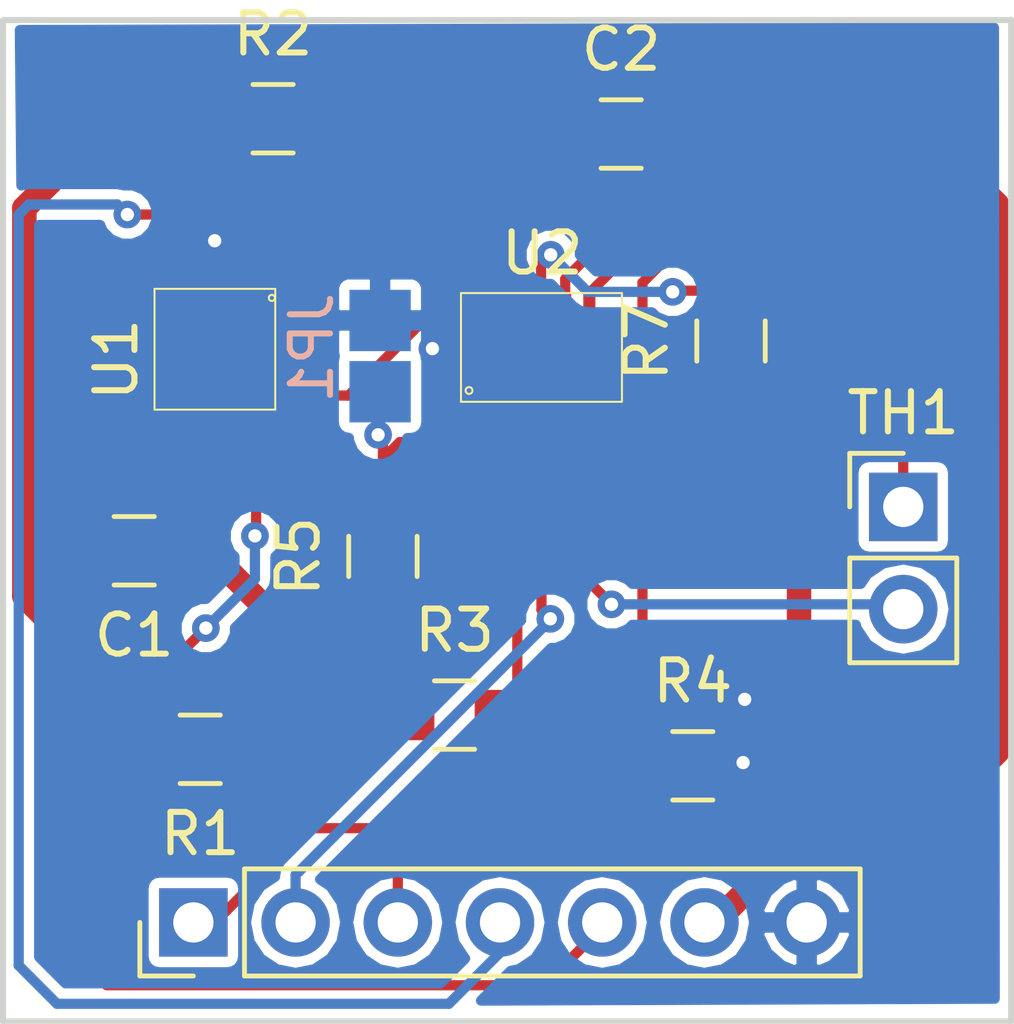
<source format=kicad_pcb>
(kicad_pcb (version 4) (host pcbnew 4.0.5)

  (general
    (links 30)
    (no_connects 0)
    (area 118.639999 69.119999 144.240001 97.211133)
    (thickness 1.6)
    (drawings 6)
    (tracks 149)
    (zones 0)
    (modules 13)
    (nets 13)
  )

  (page A4)
  (layers
    (0 F.Cu signal)
    (31 B.Cu signal)
    (32 B.Adhes user)
    (33 F.Adhes user)
    (34 B.Paste user)
    (35 F.Paste user)
    (36 B.SilkS user)
    (37 F.SilkS user)
    (38 B.Mask user)
    (39 F.Mask user)
    (40 Dwgs.User user)
    (41 Cmts.User user)
    (42 Eco1.User user)
    (43 Eco2.User user)
    (44 Edge.Cuts user)
    (45 Margin user)
    (46 B.CrtYd user)
    (47 F.CrtYd user)
    (48 B.Fab user)
    (49 F.Fab user)
  )

  (setup
    (last_trace_width 0.254)
    (user_trace_width 0.254)
    (trace_clearance 0.1778)
    (zone_clearance 0.254)
    (zone_45_only no)
    (trace_min 0.2)
    (segment_width 0.2)
    (edge_width 0.15)
    (via_size 0.6858)
    (via_drill 0.3302)
    (via_min_size 0.4)
    (via_min_drill 0.3)
    (uvia_size 0.3)
    (uvia_drill 0.1)
    (uvias_allowed no)
    (uvia_min_size 0.2)
    (uvia_min_drill 0.1)
    (pcb_text_width 0.3)
    (pcb_text_size 1.5 1.5)
    (mod_edge_width 0.15)
    (mod_text_size 1 1)
    (mod_text_width 0.15)
    (pad_size 1.524 1.524)
    (pad_drill 0.762)
    (pad_to_mask_clearance 0.2)
    (aux_axis_origin 0 0)
    (visible_elements FFFFFF7F)
    (pcbplotparams
      (layerselection 0x010f0_80000001)
      (usegerberextensions false)
      (excludeedgelayer true)
      (linewidth 0.100000)
      (plotframeref false)
      (viasonmask false)
      (mode 1)
      (useauxorigin false)
      (hpglpennumber 1)
      (hpglpenspeed 20)
      (hpglpendiameter 15)
      (hpglpenoverlay 2)
      (psnegative false)
      (psa4output false)
      (plotreference true)
      (plotvalue true)
      (plotinvisibletext false)
      (padsonsilk false)
      (subtractmaskfromsilk false)
      (outputformat 1)
      (mirror false)
      (drillshape 0)
      (scaleselection 1)
      (outputdirectory /Users/margaret/Documents/LettuceBuddyHW/LadyBugHydro/TheHerbSpa/GitHub/Kicad/Gerbers/V1/))
  )

  (net 0 "")
  (net 1 +3V3)
  (net 2 "Net-(C1-Pad2)")
  (net 3 ADDR)
  (net 4 GNDD)
  (net 5 NRESET)
  (net 6 NINT)
  (net 7 NWAKE)
  (net 8 SCL)
  (net 9 SDA)
  (net 10 AUX)
  (net 11 NTC_SENSE)
  (net 12 /+3.3v)

  (net_class Default "This is the default net class."
    (clearance 0.1778)
    (trace_width 0.254)
    (via_dia 0.6858)
    (via_drill 0.3302)
    (uvia_dia 0.3)
    (uvia_drill 0.1)
    (add_net ADDR)
    (add_net AUX)
    (add_net NINT)
    (add_net NRESET)
    (add_net NTC_SENSE)
    (add_net NWAKE)
    (add_net "Net-(C1-Pad2)")
    (add_net SCL)
    (add_net SDA)
  )

  (net_class PWR ""
    (clearance 0.1778)
    (trace_width 0.6096)
    (via_dia 0.6858)
    (via_drill 0.3302)
    (uvia_dia 0.3)
    (uvia_drill 0.1)
    (add_net +3V3)
    (add_net /+3.3v)
    (add_net GNDD)
  )

  (module Capacitors_SMD:C_0805_HandSoldering (layer F.Cu) (tedit 541A9B8D) (tstamp 58B02A95)
    (at 122.01 82.97 180)
    (descr "Capacitor SMD 0805, hand soldering")
    (tags "capacitor 0805")
    (path /58A049DB)
    (attr smd)
    (fp_text reference C1 (at 0 -2.1 180) (layer F.SilkS)
      (effects (font (size 1 1) (thickness 0.15)))
    )
    (fp_text value .1u (at 0 2.1 180) (layer F.Fab)
      (effects (font (size 1 1) (thickness 0.15)))
    )
    (fp_line (start -1 0.625) (end -1 -0.625) (layer F.Fab) (width 0.1))
    (fp_line (start 1 0.625) (end -1 0.625) (layer F.Fab) (width 0.1))
    (fp_line (start 1 -0.625) (end 1 0.625) (layer F.Fab) (width 0.1))
    (fp_line (start -1 -0.625) (end 1 -0.625) (layer F.Fab) (width 0.1))
    (fp_line (start -2.3 -1) (end 2.3 -1) (layer F.CrtYd) (width 0.05))
    (fp_line (start -2.3 1) (end 2.3 1) (layer F.CrtYd) (width 0.05))
    (fp_line (start -2.3 -1) (end -2.3 1) (layer F.CrtYd) (width 0.05))
    (fp_line (start 2.3 -1) (end 2.3 1) (layer F.CrtYd) (width 0.05))
    (fp_line (start 0.5 -0.85) (end -0.5 -0.85) (layer F.SilkS) (width 0.12))
    (fp_line (start -0.5 0.85) (end 0.5 0.85) (layer F.SilkS) (width 0.12))
    (pad 1 smd rect (at -1.25 0 180) (size 1.5 1.25) (layers F.Cu F.Paste F.Mask)
      (net 1 +3V3))
    (pad 2 smd rect (at 1.25 0 180) (size 1.5 1.25) (layers F.Cu F.Paste F.Mask)
      (net 2 "Net-(C1-Pad2)"))
    (model Capacitors_SMD.3dshapes/C_0805_HandSoldering.wrl
      (at (xyz 0 0 0))
      (scale (xyz 1 1 1))
      (rotate (xyz 0 0 0))
    )
  )

  (module Capacitors_SMD:C_0805_HandSoldering (layer F.Cu) (tedit 541A9B8D) (tstamp 58B02A9B)
    (at 134.11 72.62)
    (descr "Capacitor SMD 0805, hand soldering")
    (tags "capacitor 0805")
    (path /589F7693)
    (attr smd)
    (fp_text reference C2 (at 0 -2.1) (layer F.SilkS)
      (effects (font (size 1 1) (thickness 0.15)))
    )
    (fp_text value 1u (at 0 2.1) (layer F.Fab)
      (effects (font (size 1 1) (thickness 0.15)))
    )
    (fp_line (start -1 0.625) (end -1 -0.625) (layer F.Fab) (width 0.1))
    (fp_line (start 1 0.625) (end -1 0.625) (layer F.Fab) (width 0.1))
    (fp_line (start 1 -0.625) (end 1 0.625) (layer F.Fab) (width 0.1))
    (fp_line (start -1 -0.625) (end 1 -0.625) (layer F.Fab) (width 0.1))
    (fp_line (start -2.3 -1) (end 2.3 -1) (layer F.CrtYd) (width 0.05))
    (fp_line (start -2.3 1) (end 2.3 1) (layer F.CrtYd) (width 0.05))
    (fp_line (start -2.3 -1) (end -2.3 1) (layer F.CrtYd) (width 0.05))
    (fp_line (start 2.3 -1) (end 2.3 1) (layer F.CrtYd) (width 0.05))
    (fp_line (start 0.5 -0.85) (end -0.5 -0.85) (layer F.SilkS) (width 0.12))
    (fp_line (start -0.5 0.85) (end 0.5 0.85) (layer F.SilkS) (width 0.12))
    (pad 1 smd rect (at -1.25 0) (size 1.5 1.25) (layers F.Cu F.Paste F.Mask)
      (net 1 +3V3))
    (pad 2 smd rect (at 1.25 0) (size 1.5 1.25) (layers F.Cu F.Paste F.Mask)
      (net 12 /+3.3v))
    (model Capacitors_SMD.3dshapes/C_0805_HandSoldering.wrl
      (at (xyz 0 0 0))
      (scale (xyz 1 1 1))
      (rotate (xyz 0 0 0))
    )
  )

  (module Socket_Strips:Socket_Strip_Straight_1x07_Pitch2.54mm (layer F.Cu) (tedit 58B1CA2A) (tstamp 58B02AAC)
    (at 123.48 92.2 90)
    (descr "Through hole straight socket strip, 1x07, 2.54mm pitch, single row")
    (tags "Through hole socket strip THT 1x07 2.54mm single row")
    (path /58B0242C)
    (fp_text reference P1 (at 0 -2.33 90) (layer F.SilkS) hide
      (effects (font (size 1 1) (thickness 0.15)))
    )
    (fp_text value CONN_01X07 (at 0 17.57 90) (layer F.Fab) hide
      (effects (font (size 1 1) (thickness 0.15)))
    )
    (fp_line (start -1.27 -1.27) (end -1.27 16.51) (layer F.Fab) (width 0.1))
    (fp_line (start -1.27 16.51) (end 1.27 16.51) (layer F.Fab) (width 0.1))
    (fp_line (start 1.27 16.51) (end 1.27 -1.27) (layer F.Fab) (width 0.1))
    (fp_line (start 1.27 -1.27) (end -1.27 -1.27) (layer F.Fab) (width 0.1))
    (fp_line (start -1.33 1.27) (end -1.33 16.57) (layer F.SilkS) (width 0.12))
    (fp_line (start -1.33 16.57) (end 1.33 16.57) (layer F.SilkS) (width 0.12))
    (fp_line (start 1.33 16.57) (end 1.33 1.27) (layer F.SilkS) (width 0.12))
    (fp_line (start 1.33 1.27) (end -1.33 1.27) (layer F.SilkS) (width 0.12))
    (fp_line (start -1.33 0) (end -1.33 -1.33) (layer F.SilkS) (width 0.12))
    (fp_line (start -1.33 -1.33) (end 0 -1.33) (layer F.SilkS) (width 0.12))
    (fp_line (start -1.55 -1.55) (end -1.55 16.8) (layer F.CrtYd) (width 0.05))
    (fp_line (start -1.55 16.8) (end 1.55 16.8) (layer F.CrtYd) (width 0.05))
    (fp_line (start 1.55 16.8) (end 1.55 -1.55) (layer F.CrtYd) (width 0.05))
    (fp_line (start 1.55 -1.55) (end -1.55 -1.55) (layer F.CrtYd) (width 0.05))
    (pad 1 thru_hole rect (at 0 0 90) (size 1.7 1.7) (drill 1) (layers *.Cu *.Mask)
      (net 5 NRESET))
    (pad 2 thru_hole oval (at 0 2.54 90) (size 1.7 1.7) (drill 1) (layers *.Cu *.Mask)
      (net 6 NINT))
    (pad 3 thru_hole oval (at 0 5.08 90) (size 1.7 1.7) (drill 1) (layers *.Cu *.Mask)
      (net 7 NWAKE))
    (pad 4 thru_hole oval (at 0 7.62 90) (size 1.7 1.7) (drill 1) (layers *.Cu *.Mask)
      (net 9 SDA))
    (pad 5 thru_hole oval (at 0 10.16 90) (size 1.7 1.7) (drill 1) (layers *.Cu *.Mask)
      (net 8 SCL))
    (pad 6 thru_hole oval (at 0 12.7 90) (size 1.7 1.7) (drill 1) (layers *.Cu *.Mask)
      (net 1 +3V3))
    (pad 7 thru_hole oval (at 0 15.24 90) (size 1.7 1.7) (drill 1) (layers *.Cu *.Mask)
      (net 4 GNDD))
    (model Socket_Strips.3dshapes/Socket_Strip_Straight_1x07_Pitch2.54mm.wrl
      (at (xyz 0 -0.3 0))
      (scale (xyz 1 1 1))
      (rotate (xyz 0 0 270))
    )
  )

  (module Capacitors_SMD:C_0805_HandSoldering (layer F.Cu) (tedit 541A9B8D) (tstamp 58B02AB2)
    (at 123.65 87.9 180)
    (descr "Capacitor SMD 0805, hand soldering")
    (tags "capacitor 0805")
    (path /58A0530C)
    (attr smd)
    (fp_text reference R1 (at 0 -2.1 180) (layer F.SilkS)
      (effects (font (size 1 1) (thickness 0.15)))
    )
    (fp_text value 4K7 (at 0 2.1 180) (layer F.Fab)
      (effects (font (size 1 1) (thickness 0.15)))
    )
    (fp_line (start -1 0.625) (end -1 -0.625) (layer F.Fab) (width 0.1))
    (fp_line (start 1 0.625) (end -1 0.625) (layer F.Fab) (width 0.1))
    (fp_line (start 1 -0.625) (end 1 0.625) (layer F.Fab) (width 0.1))
    (fp_line (start -1 -0.625) (end 1 -0.625) (layer F.Fab) (width 0.1))
    (fp_line (start -2.3 -1) (end 2.3 -1) (layer F.CrtYd) (width 0.05))
    (fp_line (start -2.3 1) (end 2.3 1) (layer F.CrtYd) (width 0.05))
    (fp_line (start -2.3 -1) (end -2.3 1) (layer F.CrtYd) (width 0.05))
    (fp_line (start 2.3 -1) (end 2.3 1) (layer F.CrtYd) (width 0.05))
    (fp_line (start 0.5 -0.85) (end -0.5 -0.85) (layer F.SilkS) (width 0.12))
    (fp_line (start -0.5 0.85) (end 0.5 0.85) (layer F.SilkS) (width 0.12))
    (pad 1 smd rect (at -1.25 0 180) (size 1.5 1.25) (layers F.Cu F.Paste F.Mask)
      (net 1 +3V3))
    (pad 2 smd rect (at 1.25 0 180) (size 1.5 1.25) (layers F.Cu F.Paste F.Mask)
      (net 8 SCL))
    (model Capacitors_SMD.3dshapes/C_0805_HandSoldering.wrl
      (at (xyz 0 0 0))
      (scale (xyz 1 1 1))
      (rotate (xyz 0 0 0))
    )
  )

  (module Capacitors_SMD:C_0805_HandSoldering (layer F.Cu) (tedit 541A9B8D) (tstamp 58B02AB8)
    (at 125.46 72.24)
    (descr "Capacitor SMD 0805, hand soldering")
    (tags "capacitor 0805")
    (path /58AC48FD)
    (attr smd)
    (fp_text reference R2 (at 0 -2.1) (layer F.SilkS)
      (effects (font (size 1 1) (thickness 0.15)))
    )
    (fp_text value 4K7 (at 0 2.1) (layer F.Fab)
      (effects (font (size 1 1) (thickness 0.15)))
    )
    (fp_line (start -1 0.625) (end -1 -0.625) (layer F.Fab) (width 0.1))
    (fp_line (start 1 0.625) (end -1 0.625) (layer F.Fab) (width 0.1))
    (fp_line (start 1 -0.625) (end 1 0.625) (layer F.Fab) (width 0.1))
    (fp_line (start -1 -0.625) (end 1 -0.625) (layer F.Fab) (width 0.1))
    (fp_line (start -2.3 -1) (end 2.3 -1) (layer F.CrtYd) (width 0.05))
    (fp_line (start -2.3 1) (end 2.3 1) (layer F.CrtYd) (width 0.05))
    (fp_line (start -2.3 -1) (end -2.3 1) (layer F.CrtYd) (width 0.05))
    (fp_line (start 2.3 -1) (end 2.3 1) (layer F.CrtYd) (width 0.05))
    (fp_line (start 0.5 -0.85) (end -0.5 -0.85) (layer F.SilkS) (width 0.12))
    (fp_line (start -0.5 0.85) (end 0.5 0.85) (layer F.SilkS) (width 0.12))
    (pad 1 smd rect (at -1.25 0) (size 1.5 1.25) (layers F.Cu F.Paste F.Mask)
      (net 1 +3V3))
    (pad 2 smd rect (at 1.25 0) (size 1.5 1.25) (layers F.Cu F.Paste F.Mask)
      (net 9 SDA))
    (model Capacitors_SMD.3dshapes/C_0805_HandSoldering.wrl
      (at (xyz 0 0 0))
      (scale (xyz 1 1 1))
      (rotate (xyz 0 0 0))
    )
  )

  (module Capacitors_SMD:C_0805_HandSoldering (layer F.Cu) (tedit 541A9B8D) (tstamp 58B02ABE)
    (at 129.97 87.05)
    (descr "Capacitor SMD 0805, hand soldering")
    (tags "capacitor 0805")
    (path /58AC707B)
    (attr smd)
    (fp_text reference R3 (at 0 -2.1) (layer F.SilkS)
      (effects (font (size 1 1) (thickness 0.15)))
    )
    (fp_text value 4K7 (at 0 2.1) (layer F.Fab)
      (effects (font (size 1 1) (thickness 0.15)))
    )
    (fp_line (start -1 0.625) (end -1 -0.625) (layer F.Fab) (width 0.1))
    (fp_line (start 1 0.625) (end -1 0.625) (layer F.Fab) (width 0.1))
    (fp_line (start 1 -0.625) (end 1 0.625) (layer F.Fab) (width 0.1))
    (fp_line (start -1 -0.625) (end 1 -0.625) (layer F.Fab) (width 0.1))
    (fp_line (start -2.3 -1) (end 2.3 -1) (layer F.CrtYd) (width 0.05))
    (fp_line (start -2.3 1) (end 2.3 1) (layer F.CrtYd) (width 0.05))
    (fp_line (start -2.3 -1) (end -2.3 1) (layer F.CrtYd) (width 0.05))
    (fp_line (start 2.3 -1) (end 2.3 1) (layer F.CrtYd) (width 0.05))
    (fp_line (start 0.5 -0.85) (end -0.5 -0.85) (layer F.SilkS) (width 0.12))
    (fp_line (start -0.5 0.85) (end 0.5 0.85) (layer F.SilkS) (width 0.12))
    (pad 1 smd rect (at -1.25 0) (size 1.5 1.25) (layers F.Cu F.Paste F.Mask)
      (net 1 +3V3))
    (pad 2 smd rect (at 1.25 0) (size 1.5 1.25) (layers F.Cu F.Paste F.Mask)
      (net 5 NRESET))
    (model Capacitors_SMD.3dshapes/C_0805_HandSoldering.wrl
      (at (xyz 0 0 0))
      (scale (xyz 1 1 1))
      (rotate (xyz 0 0 0))
    )
  )

  (module Capacitors_SMD:C_0805_HandSoldering (layer F.Cu) (tedit 541A9B8D) (tstamp 58B02AC4)
    (at 135.89 88.31)
    (descr "Capacitor SMD 0805, hand soldering")
    (tags "capacitor 0805")
    (path /58AF112B)
    (attr smd)
    (fp_text reference R4 (at 0 -2.1) (layer F.SilkS)
      (effects (font (size 1 1) (thickness 0.15)))
    )
    (fp_text value 100K (at 0 2.1) (layer F.Fab)
      (effects (font (size 1 1) (thickness 0.15)))
    )
    (fp_line (start -1 0.625) (end -1 -0.625) (layer F.Fab) (width 0.1))
    (fp_line (start 1 0.625) (end -1 0.625) (layer F.Fab) (width 0.1))
    (fp_line (start 1 -0.625) (end 1 0.625) (layer F.Fab) (width 0.1))
    (fp_line (start -1 -0.625) (end 1 -0.625) (layer F.Fab) (width 0.1))
    (fp_line (start -2.3 -1) (end 2.3 -1) (layer F.CrtYd) (width 0.05))
    (fp_line (start -2.3 1) (end 2.3 1) (layer F.CrtYd) (width 0.05))
    (fp_line (start -2.3 -1) (end -2.3 1) (layer F.CrtYd) (width 0.05))
    (fp_line (start 2.3 -1) (end 2.3 1) (layer F.CrtYd) (width 0.05))
    (fp_line (start 0.5 -0.85) (end -0.5 -0.85) (layer F.SilkS) (width 0.12))
    (fp_line (start -0.5 0.85) (end 0.5 0.85) (layer F.SilkS) (width 0.12))
    (pad 1 smd rect (at -1.25 0) (size 1.5 1.25) (layers F.Cu F.Paste F.Mask)
      (net 7 NWAKE))
    (pad 2 smd rect (at 1.25 0) (size 1.5 1.25) (layers F.Cu F.Paste F.Mask)
      (net 4 GNDD))
    (model Capacitors_SMD.3dshapes/C_0805_HandSoldering.wrl
      (at (xyz 0 0 0))
      (scale (xyz 1 1 1))
      (rotate (xyz 0 0 0))
    )
  )

  (module Capacitors_SMD:C_0805_HandSoldering (layer F.Cu) (tedit 541A9B8D) (tstamp 58B02ACA)
    (at 128.19 83.11 90)
    (descr "Capacitor SMD 0805, hand soldering")
    (tags "capacitor 0805")
    (path /589E3A63)
    (attr smd)
    (fp_text reference R5 (at 0 -2.1 90) (layer F.SilkS)
      (effects (font (size 1 1) (thickness 0.15)))
    )
    (fp_text value 100K (at 0 2.1 90) (layer F.Fab)
      (effects (font (size 1 1) (thickness 0.15)))
    )
    (fp_line (start -1 0.625) (end -1 -0.625) (layer F.Fab) (width 0.1))
    (fp_line (start 1 0.625) (end -1 0.625) (layer F.Fab) (width 0.1))
    (fp_line (start 1 -0.625) (end 1 0.625) (layer F.Fab) (width 0.1))
    (fp_line (start -1 -0.625) (end 1 -0.625) (layer F.Fab) (width 0.1))
    (fp_line (start -2.3 -1) (end 2.3 -1) (layer F.CrtYd) (width 0.05))
    (fp_line (start -2.3 1) (end 2.3 1) (layer F.CrtYd) (width 0.05))
    (fp_line (start -2.3 -1) (end -2.3 1) (layer F.CrtYd) (width 0.05))
    (fp_line (start 2.3 -1) (end 2.3 1) (layer F.CrtYd) (width 0.05))
    (fp_line (start 0.5 -0.85) (end -0.5 -0.85) (layer F.SilkS) (width 0.12))
    (fp_line (start -0.5 0.85) (end 0.5 0.85) (layer F.SilkS) (width 0.12))
    (pad 1 smd rect (at -1.25 0 90) (size 1.5 1.25) (layers F.Cu F.Paste F.Mask)
      (net 1 +3V3))
    (pad 2 smd rect (at 1.25 0 90) (size 1.5 1.25) (layers F.Cu F.Paste F.Mask)
      (net 3 ADDR))
    (model Capacitors_SMD.3dshapes/C_0805_HandSoldering.wrl
      (at (xyz 0 0 0))
      (scale (xyz 1 1 1))
      (rotate (xyz 0 0 0))
    )
  )

  (module Capacitors_SMD:C_0805_HandSoldering (layer F.Cu) (tedit 541A9B8D) (tstamp 58B02AD0)
    (at 136.84 77.76 90)
    (descr "Capacitor SMD 0805, hand soldering")
    (tags "capacitor 0805")
    (path /589F315D)
    (attr smd)
    (fp_text reference R7 (at 0 -2.1 90) (layer F.SilkS)
      (effects (font (size 1 1) (thickness 0.15)))
    )
    (fp_text value 10K (at 0 2.1 90) (layer F.Fab)
      (effects (font (size 1 1) (thickness 0.15)))
    )
    (fp_line (start -1 0.625) (end -1 -0.625) (layer F.Fab) (width 0.1))
    (fp_line (start 1 0.625) (end -1 0.625) (layer F.Fab) (width 0.1))
    (fp_line (start 1 -0.625) (end 1 0.625) (layer F.Fab) (width 0.1))
    (fp_line (start -1 -0.625) (end 1 -0.625) (layer F.Fab) (width 0.1))
    (fp_line (start -2.3 -1) (end 2.3 -1) (layer F.CrtYd) (width 0.05))
    (fp_line (start -2.3 1) (end 2.3 1) (layer F.CrtYd) (width 0.05))
    (fp_line (start -2.3 -1) (end -2.3 1) (layer F.CrtYd) (width 0.05))
    (fp_line (start 2.3 -1) (end 2.3 1) (layer F.CrtYd) (width 0.05))
    (fp_line (start 0.5 -0.85) (end -0.5 -0.85) (layer F.SilkS) (width 0.12))
    (fp_line (start -0.5 0.85) (end 0.5 0.85) (layer F.SilkS) (width 0.12))
    (pad 1 smd rect (at -1.25 0 90) (size 1.5 1.25) (layers F.Cu F.Paste F.Mask)
      (net 1 +3V3))
    (pad 2 smd rect (at 1.25 0 90) (size 1.5 1.25) (layers F.Cu F.Paste F.Mask)
      (net 10 AUX))
    (model Capacitors_SMD.3dshapes/C_0805_HandSoldering.wrl
      (at (xyz 0 0 0))
      (scale (xyz 1 1 1))
      (rotate (xyz 0 0 0))
    )
  )

  (module Socket_Strips:Socket_Strip_Straight_1x02_Pitch2.54mm (layer F.Cu) (tedit 58B1CA36) (tstamp 58B02AD6)
    (at 141.12 81.88)
    (descr "Through hole straight socket strip, 1x02, 2.54mm pitch, single row")
    (tags "Through hole socket strip THT 1x02 2.54mm single row")
    (path /58B01CF3)
    (fp_text reference TH1 (at 0 -2.33) (layer F.SilkS)
      (effects (font (size 1 1) (thickness 0.15)))
    )
    (fp_text value NTC (at 0 4.87) (layer F.Fab)
      (effects (font (size 1 1) (thickness 0.15)))
    )
    (fp_line (start -1.27 -1.27) (end -1.27 3.81) (layer F.Fab) (width 0.1))
    (fp_line (start -1.27 3.81) (end 1.27 3.81) (layer F.Fab) (width 0.1))
    (fp_line (start 1.27 3.81) (end 1.27 -1.27) (layer F.Fab) (width 0.1))
    (fp_line (start 1.27 -1.27) (end -1.27 -1.27) (layer F.Fab) (width 0.1))
    (fp_line (start -1.33 1.27) (end -1.33 3.87) (layer F.SilkS) (width 0.12))
    (fp_line (start -1.33 3.87) (end 1.33 3.87) (layer F.SilkS) (width 0.12))
    (fp_line (start 1.33 3.87) (end 1.33 1.27) (layer F.SilkS) (width 0.12))
    (fp_line (start 1.33 1.27) (end -1.33 1.27) (layer F.SilkS) (width 0.12))
    (fp_line (start -1.33 0) (end -1.33 -1.33) (layer F.SilkS) (width 0.12))
    (fp_line (start -1.33 -1.33) (end 0 -1.33) (layer F.SilkS) (width 0.12))
    (fp_line (start -1.55 -1.55) (end -1.55 4.1) (layer F.CrtYd) (width 0.05))
    (fp_line (start -1.55 4.1) (end 1.55 4.1) (layer F.CrtYd) (width 0.05))
    (fp_line (start 1.55 4.1) (end 1.55 -1.55) (layer F.CrtYd) (width 0.05))
    (fp_line (start 1.55 -1.55) (end -1.55 -1.55) (layer F.CrtYd) (width 0.05))
    (pad 1 thru_hole rect (at 0 0) (size 1.7 1.7) (drill 1) (layers *.Cu *.Mask)
      (net 10 AUX))
    (pad 2 thru_hole oval (at 0 2.54) (size 1.7 1.7) (drill 1) (layers *.Cu *.Mask)
      (net 11 NTC_SENSE))
    (model Socket_Strips.3dshapes/Socket_Strip_Straight_1x02_Pitch2.54mm.wrl
      (at (xyz 0 -0.05 0))
      (scale (xyz 1 1 1))
      (rotate (xyz 0 0 270))
    )
  )

  (module TheLeafSpa:Si7006 (layer F.Cu) (tedit 58B1BAEA) (tstamp 58B02AE1)
    (at 125.04 79.44 270)
    (path /58A049AA)
    (fp_text reference U1 (at -1.22 3.48 270) (layer F.SilkS)
      (effects (font (size 1 1) (thickness 0.15)))
    )
    (fp_text value Si7006 (at -1.54 -1.29 270) (layer F.Fab)
      (effects (font (size 1 1) (thickness 0.15)))
    )
    (fp_circle (center -2.75 -0.39) (end -2.68 -0.36) (layer F.SilkS) (width 0.05))
    (fp_line (start -2.975 2.525) (end 0.025 2.525) (layer F.SilkS) (width 0.05))
    (fp_line (start 0.025 2.525) (end 0.025 -0.475) (layer F.SilkS) (width 0.05))
    (fp_line (start 0.025 -0.475) (end -2.975 -0.475) (layer F.SilkS) (width 0.05))
    (fp_line (start -2.975 -0.475) (end -2.975 2.525) (layer F.SilkS) (width 0.05))
    (pad ~ smd rect (at -1.475 1.025 270) (size 1.6 2.5) (layers F.Cu F.Paste F.Mask))
    (pad 6 smd rect (at -0.325 0 270) (size 0.85 0.5) (drill (offset 0.325 0)) (layers F.Cu F.Paste F.Mask)
      (net 8 SCL))
    (pad 5 smd rect (at 0 1 270) (size 0.85 0.5) (layers F.Cu F.Paste F.Mask)
      (net 2 "Net-(C1-Pad2)"))
    (pad 4 smd rect (at 0 2 270) (size 0.85 0.5) (layers F.Cu F.Paste F.Mask))
    (pad 1 smd rect (at -2.925 0 270) (size 0.85 0.5) (layers F.Cu F.Paste F.Mask)
      (net 9 SDA))
    (pad 2 smd rect (at -2.925 1 270) (size 0.85 0.5) (layers F.Cu F.Paste F.Mask)
      (net 4 GNDD))
    (pad 3 smd rect (at -2.925 2 270) (size 0.85 0.5) (layers F.Cu F.Paste F.Mask))
  )

  (module TheLeafSpa:CCS811 (layer F.Cu) (tedit 58B1CA45) (tstamp 58B02AF0)
    (at 134.15 76.58 90)
    (path /589E3805)
    (fp_text reference U2 (at 1 -2 180) (layer F.SilkS)
      (effects (font (size 1 1) (thickness 0.15)))
    )
    (fp_text value CCS811 (at -3.6 -2 180) (layer F.Fab)
      (effects (font (size 1 1) (thickness 0.15)))
    )
    (fp_circle (center -2.41 -3.82) (end -2.33 -3.79) (layer F.SilkS) (width 0.05))
    (fp_line (start -2.69 -0.02) (end -2.69 -4.02) (layer F.SilkS) (width 0.05))
    (fp_line (start -2.69 -4.02) (end 0.01 -4.02) (layer F.SilkS) (width 0.05))
    (fp_line (start 0.01 -4.02) (end 0.01 -0.02) (layer F.SilkS) (width 0.05))
    (fp_line (start 0.01 -0.02) (end -2.69 -0.02) (layer F.SilkS) (width 0.05))
    (pad 5 smd rect (at -2.69 -0.82 90) (size 0.5 0.3) (drill (offset 0.25 0)) (layers F.Cu F.Paste F.Mask)
      (net 11 NTC_SENSE))
    (pad 4 smd rect (at -2.44 -1.42 90) (size 0.5 0.3) (layers F.Cu F.Paste F.Mask)
      (net 11 NTC_SENSE))
    (pad 3 smd rect (at -2.44 -2.02 90) (size 0.5 0.3) (layers F.Cu F.Paste F.Mask)
      (net 6 NINT))
    (pad 2 smd rect (at -2.44 -2.62 90) (size 0.5 0.3) (layers F.Cu F.Paste F.Mask)
      (net 5 NRESET))
    (pad 1 smd rect (at -2.44 -3.22 90) (size 0.5 0.3) (layers F.Cu F.Paste F.Mask)
      (net 3 ADDR))
    (pad 6 smd rect (at -0.24 -0.83 90) (size 0.5 0.3) (layers F.Cu F.Paste F.Mask)
      (net 12 /+3.3v))
    (pad 7 smd rect (at -0.24 -1.43 90) (size 0.5 0.3) (layers F.Cu F.Paste F.Mask)
      (net 7 NWAKE))
    (pad 8 smd rect (at -0.24 -2.03 90) (size 0.5 0.3) (layers F.Cu F.Paste F.Mask)
      (net 10 AUX))
    (pad 9 smd rect (at -0.24 -2.63 90) (size 0.5 0.3) (layers F.Cu F.Paste F.Mask)
      (net 9 SDA))
    (pad 10 smd rect (at -0.24 -3.23 90) (size 0.5 0.3) (layers F.Cu F.Paste F.Mask)
      (net 8 SCL))
    (pad PAD smd rect (at -1.34 -2.02 90) (size 1.2 2.4) (layers F.Cu F.Paste F.Mask)
      (net 4 GNDD))
  )

  (module TheLeafSpa:Jumper_2_Pad (layer B.Cu) (tedit 58B7390C) (tstamp 58B1C954)
    (at 128.12 79.03 90)
    (path /58AEE132)
    (fp_text reference JP1 (at 1.1 -1.7 90) (layer B.SilkS)
      (effects (font (size 1 1) (thickness 0.15)) (justify mirror))
    )
    (fp_text value ADDR (at 0.9 1.5 90) (layer B.Fab)
      (effects (font (size 1 1) (thickness 0.15)) (justify mirror))
    )
    (pad 1 smd rect (at 0.01 0 90) (size 1.524 1.524) (layers B.Cu B.Paste B.Mask)
      (net 3 ADDR))
    (pad 2 smd rect (at 1.78 0 90) (size 1.524 1.524) (layers B.Cu B.Paste B.Mask)
      (net 4 GNDD))
  )

  (gr_line (start 143.79 69.78) (end 143.8 69.78) (angle 90) (layer Edge.Cuts) (width 0.15))
  (gr_line (start 143.78 69.79) (end 143.79 69.78) (angle 90) (layer Edge.Cuts) (width 0.15))
  (gr_line (start 118.75 69.79) (end 143.78 69.79) (angle 90) (layer Edge.Cuts) (width 0.15))
  (gr_line (start 118.75 94.66) (end 118.75 69.8) (angle 90) (layer Edge.Cuts) (width 0.15))
  (gr_line (start 143.8 94.66) (end 118.75 94.66) (angle 90) (layer Edge.Cuts) (width 0.15))
  (gr_line (start 143.8 69.8) (end 143.8 94.66) (angle 90) (layer Edge.Cuts) (width 0.15))

  (segment (start 123.26 82.97) (end 123.85 82.97) (width 0.6096) (layer F.Cu) (net 1))
  (segment (start 123.85 82.97) (end 125.24 84.36) (width 0.6096) (layer F.Cu) (net 1) (tstamp 58B73889))
  (segment (start 125.24 84.36) (end 128.19 84.36) (width 0.6096) (layer F.Cu) (net 1) (tstamp 58B7388A))
  (segment (start 124.21 72.24) (end 121.5 72.24) (width 0.6096) (layer F.Cu) (net 1))
  (segment (start 121.54 84.69) (end 123.26 82.97) (width 0.6096) (layer F.Cu) (net 1) (tstamp 58B73885))
  (segment (start 119.87 84.69) (end 121.54 84.69) (width 0.6096) (layer F.Cu) (net 1) (tstamp 58B73881))
  (segment (start 119.28 84.1) (end 119.87 84.69) (width 0.6096) (layer F.Cu) (net 1) (tstamp 58B7387F))
  (segment (start 119.28 74.46) (end 119.28 84.1) (width 0.6096) (layer F.Cu) (net 1) (tstamp 58B73875))
  (segment (start 121.5 72.24) (end 119.28 74.46) (width 0.6096) (layer F.Cu) (net 1) (tstamp 58B73873))
  (segment (start 124.9 87.9) (end 124.9 87.44) (width 0.6096) (layer F.Cu) (net 1))
  (segment (start 124.9 87.44) (end 125.29 87.05) (width 0.6096) (layer F.Cu) (net 1) (tstamp 58B737F9))
  (segment (start 125.29 87.05) (end 128.72 87.05) (width 0.6096) (layer F.Cu) (net 1) (tstamp 58B737FE))
  (segment (start 128.72 87.05) (end 128.72 86.61) (width 0.6096) (layer F.Cu) (net 1))
  (segment (start 128.72 86.61) (end 128.19 86.08) (width 0.6096) (layer F.Cu) (net 1) (tstamp 58B73108))
  (segment (start 128.19 86.08) (end 128.19 84.36) (width 0.6096) (layer F.Cu) (net 1) (tstamp 58B7310C))
  (segment (start 132.86 72.62) (end 132.67 72.62) (width 0.6096) (layer F.Cu) (net 1))
  (segment (start 132.67 72.62) (end 130.34 70.29) (width 0.6096) (layer F.Cu) (net 1) (tstamp 58B1D4D3))
  (segment (start 126.16 70.29) (end 124.21 72.24) (width 0.6096) (layer F.Cu) (net 1) (tstamp 58B1D4D7))
  (segment (start 130.34 70.29) (end 126.16 70.29) (width 0.6096) (layer F.Cu) (net 1) (tstamp 58B1D4D4))
  (segment (start 138.53 89.15) (end 142.27 89.15) (width 0.6096) (layer F.Cu) (net 1))
  (segment (start 132.86 70.93) (end 132.86 72.62) (width 0.6096) (layer F.Cu) (net 1) (tstamp 58B1D4D0))
  (segment (start 133.46 70.33) (end 132.86 70.93) (width 0.6096) (layer F.Cu) (net 1) (tstamp 58B1D4CF))
  (segment (start 139.41 70.33) (end 133.46 70.33) (width 0.6096) (layer F.Cu) (net 1) (tstamp 58B1D4CC))
  (segment (start 143.45 74.37) (end 139.41 70.33) (width 0.6096) (layer F.Cu) (net 1) (tstamp 58B1D4C9))
  (segment (start 143.45 87.97) (end 143.45 74.37) (width 0.6096) (layer F.Cu) (net 1) (tstamp 58B1D4C8))
  (segment (start 142.27 89.15) (end 143.45 87.97) (width 0.6096) (layer F.Cu) (net 1) (tstamp 58B1D4C7))
  (segment (start 136.18 92.2) (end 136.44 92.2) (width 0.6096) (layer F.Cu) (net 1))
  (segment (start 136.44 92.2) (end 138.53 90.11) (width 0.6096) (layer F.Cu) (net 1) (tstamp 58B1D30A))
  (segment (start 138.53 90.11) (end 138.53 89.15) (width 0.6096) (layer F.Cu) (net 1) (tstamp 58B1D30C))
  (segment (start 138.53 89.15) (end 138.53 80.7) (width 0.6096) (layer F.Cu) (net 1) (tstamp 58B1D4C5))
  (segment (start 138.53 80.7) (end 136.84 79.01) (width 0.6096) (layer F.Cu) (net 1) (tstamp 58B1D310))
  (segment (start 124.79 87.86) (end 125.52 87.86) (width 0.254) (layer F.Cu) (net 1))
  (segment (start 124.04 79.44) (end 124.04 80.24) (width 0.254) (layer F.Cu) (net 2))
  (segment (start 120.76 82.07) (end 120.76 82.97) (width 0.254) (layer F.Cu) (net 2) (tstamp 58B7386B))
  (segment (start 121.69 81.14) (end 120.76 82.07) (width 0.254) (layer F.Cu) (net 2) (tstamp 58B73869))
  (segment (start 123.14 81.14) (end 121.69 81.14) (width 0.254) (layer F.Cu) (net 2) (tstamp 58B73867))
  (segment (start 124.04 80.24) (end 123.14 81.14) (width 0.254) (layer F.Cu) (net 2) (tstamp 58B73866))
  (segment (start 128.12 79.02) (end 128.12 80.04) (width 0.254) (layer B.Cu) (net 3))
  (segment (start 128.19 80.21) (end 128.19 80.69) (width 0.254) (layer F.Cu) (net 3) (tstamp 58B72F69))
  (segment (start 128.07 80.09) (end 128.19 80.21) (width 0.254) (layer F.Cu) (net 3) (tstamp 58B72F68))
  (via (at 128.07 80.09) (size 0.6858) (drill 0.3302) (layers F.Cu B.Cu) (net 3))
  (segment (start 128.12 80.04) (end 128.07 80.09) (width 0.254) (layer B.Cu) (net 3) (tstamp 58B72F63))
  (segment (start 130.93 79.02) (end 130.93 79.68) (width 0.254) (layer F.Cu) (net 3))
  (segment (start 128.19 80.69) (end 128.19 81.86) (width 0.254) (layer F.Cu) (net 3) (tstamp 58B1D027))
  (segment (start 128.61 80.27) (end 128.19 80.69) (width 0.254) (layer F.Cu) (net 3) (tstamp 58B1D026))
  (segment (start 130.34 80.27) (end 128.61 80.27) (width 0.254) (layer F.Cu) (net 3) (tstamp 58B1D024))
  (segment (start 130.93 79.68) (end 130.34 80.27) (width 0.254) (layer F.Cu) (net 3) (tstamp 58B1D023))
  (segment (start 124.04 76.515) (end 124.04 75.3) (width 0.254) (layer F.Cu) (net 4))
  (via (at 124.01 75.27) (size 0.6858) (drill 0.3302) (layers F.Cu B.Cu) (net 4))
  (segment (start 124.04 75.3) (end 124.01 75.27) (width 0.254) (layer F.Cu) (net 4) (tstamp 58B72E7B))
  (segment (start 132.13 77.92) (end 129.45 77.92) (width 0.6096) (layer F.Cu) (net 4))
  (via (at 129.42 77.95) (size 0.6858) (drill 0.3302) (layers F.Cu B.Cu) (net 4))
  (segment (start 129.45 77.92) (end 129.42 77.95) (width 0.6096) (layer F.Cu) (net 4) (tstamp 58B72D83))
  (via (at 137.14 88.23) (size 0.6858) (drill 0.3302) (layers F.Cu B.Cu) (net 4))
  (segment (start 137.14 88.23) (end 137.18 88.19) (width 0.6096) (layer F.Cu) (net 4) (tstamp 58B72D69))
  (segment (start 137.18 88.19) (end 137.18 86.66) (width 0.6096) (layer F.Cu) (net 4) (tstamp 58B72D6A))
  (via (at 137.18 86.66) (size 0.6858) (drill 0.3302) (layers F.Cu B.Cu) (net 4))
  (segment (start 131.53 79.02) (end 131.53 86.74) (width 0.254) (layer F.Cu) (net 5))
  (segment (start 131.53 86.74) (end 131.22 87.05) (width 0.254) (layer F.Cu) (net 5) (tstamp 58B7376B))
  (segment (start 123.48 92.2) (end 124.01 92.2) (width 0.254) (layer F.Cu) (net 5))
  (segment (start 124.01 92.2) (end 126.35 89.86) (width 0.254) (layer F.Cu) (net 5) (tstamp 58B1D3DE))
  (segment (start 126.35 89.86) (end 130.87 89.86) (width 0.254) (layer F.Cu) (net 5) (tstamp 58B1D3E4))
  (segment (start 130.87 89.86) (end 131.22 89.51) (width 0.254) (layer F.Cu) (net 5) (tstamp 58B1D3E9))
  (segment (start 131.22 89.51) (end 131.22 87.05) (width 0.254) (layer F.Cu) (net 5) (tstamp 58B1D3EA))
  (segment (start 126.02 92.2) (end 126.02 91.02) (width 0.254) (layer B.Cu) (net 6))
  (segment (start 132.13 84.44) (end 132.13 79.02) (width 0.254) (layer F.Cu) (net 6) (tstamp 58B73793))
  (segment (start 132.35 84.66) (end 132.13 84.44) (width 0.254) (layer F.Cu) (net 6) (tstamp 58B73792))
  (via (at 132.35 84.66) (size 0.6858) (drill 0.3302) (layers F.Cu B.Cu) (net 6))
  (segment (start 132.16 84.85) (end 132.35 84.66) (width 0.254) (layer B.Cu) (net 6) (tstamp 58B73789))
  (segment (start 132.16 84.88) (end 132.16 84.85) (width 0.254) (layer B.Cu) (net 6) (tstamp 58B73784))
  (segment (start 126.02 91.02) (end 132.16 84.88) (width 0.254) (layer B.Cu) (net 6) (tstamp 58B7377E))
  (segment (start 132.72 76.82) (end 132.72 76.22) (width 0.254) (layer F.Cu) (net 7))
  (segment (start 134.64 76.31) (end 134.64 88.31) (width 0.254) (layer F.Cu) (net 7) (tstamp 58B1D4AE))
  (segment (start 137.18 73.77) (end 134.64 76.31) (width 0.254) (layer F.Cu) (net 7) (tstamp 58B1D4AC))
  (segment (start 137.18 71.74) (end 137.18 73.77) (width 0.254) (layer F.Cu) (net 7) (tstamp 58B1D4AB))
  (segment (start 136.53 71.09) (end 137.18 71.74) (width 0.254) (layer F.Cu) (net 7) (tstamp 58B1D4A9))
  (segment (start 134.97 71.09) (end 136.53 71.09) (width 0.254) (layer F.Cu) (net 7) (tstamp 58B1D4A8))
  (segment (start 134.2 71.86) (end 134.97 71.09) (width 0.254) (layer F.Cu) (net 7) (tstamp 58B1D4A7))
  (segment (start 134.2 74.74) (end 134.2 71.86) (width 0.254) (layer F.Cu) (net 7) (tstamp 58B1D4A4))
  (segment (start 132.72 76.22) (end 134.2 74.74) (width 0.254) (layer F.Cu) (net 7) (tstamp 58B1D4A2))
  (segment (start 128.56 92.2) (end 128.56 90.94) (width 0.254) (layer F.Cu) (net 7))
  (segment (start 134.64 89.43) (end 134.64 88.31) (width 0.254) (layer F.Cu) (net 7) (tstamp 58B1D003))
  (segment (start 133.63 90.44) (end 134.64 89.43) (width 0.254) (layer F.Cu) (net 7) (tstamp 58B1D002))
  (segment (start 129.06 90.44) (end 133.63 90.44) (width 0.254) (layer F.Cu) (net 7) (tstamp 58B1D001))
  (segment (start 128.56 90.94) (end 129.06 90.44) (width 0.254) (layer F.Cu) (net 7) (tstamp 58B1D000))
  (segment (start 122.4 87.9) (end 122.4 86.28) (width 0.254) (layer F.Cu) (net 8))
  (segment (start 125.04 82.57) (end 125.04 79.115) (width 0.254) (layer F.Cu) (net 8) (tstamp 58B738B1))
  (segment (start 125.01 82.6) (end 125.04 82.57) (width 0.254) (layer F.Cu) (net 8) (tstamp 58B738B0))
  (via (at 125.01 82.6) (size 0.6858) (drill 0.3302) (layers F.Cu B.Cu) (net 8))
  (segment (start 125.01 83.67) (end 125.01 82.6) (width 0.254) (layer B.Cu) (net 8) (tstamp 58B738AD))
  (segment (start 123.79 84.89) (end 125.01 83.67) (width 0.254) (layer B.Cu) (net 8) (tstamp 58B738AC))
  (via (at 123.79 84.89) (size 0.6858) (drill 0.3302) (layers F.Cu B.Cu) (net 8))
  (segment (start 122.4 86.28) (end 123.79 84.89) (width 0.254) (layer F.Cu) (net 8) (tstamp 58B738A1))
  (segment (start 133.64 92.2) (end 133.64 92.32) (width 0.254) (layer F.Cu) (net 8))
  (segment (start 133.64 92.32) (end 132.2 93.76) (width 0.254) (layer F.Cu) (net 8) (tstamp 58B7380C))
  (segment (start 120.21 90.09) (end 122.4 87.9) (width 0.254) (layer F.Cu) (net 8) (tstamp 58B73819))
  (segment (start 120.21 92.64) (end 120.21 90.09) (width 0.254) (layer F.Cu) (net 8) (tstamp 58B73817))
  (segment (start 121.33 93.76) (end 120.21 92.64) (width 0.254) (layer F.Cu) (net 8) (tstamp 58B73815))
  (segment (start 132.2 93.76) (end 121.33 93.76) (width 0.254) (layer F.Cu) (net 8) (tstamp 58B7380E))
  (segment (start 133.51 92.2) (end 133.64 92.2) (width 0.254) (layer B.Cu) (net 8) (tstamp 58B1D40F))
  (segment (start 125.04 79.115) (end 127.335 79.115) (width 0.254) (layer F.Cu) (net 8))
  (segment (start 127.335 79.115) (end 129.63 76.82) (width 0.254) (layer F.Cu) (net 8) (tstamp 58B1D35A))
  (segment (start 129.63 76.82) (end 130.92 76.82) (width 0.254) (layer F.Cu) (net 8) (tstamp 58B1D35F))
  (segment (start 124.79 79.365) (end 125.04 79.115) (width 0.254) (layer F.Cu) (net 8) (tstamp 58B1D355))
  (segment (start 125.695 75.025) (end 125.465 75.025) (width 0.254) (layer F.Cu) (net 9))
  (segment (start 129.83 94.22) (end 131.1 92.95) (width 0.254) (layer B.Cu) (net 9) (tstamp 58B736E9))
  (segment (start 120.09 94.22) (end 129.83 94.22) (width 0.254) (layer B.Cu) (net 9) (tstamp 58B736E3))
  (segment (start 119.14 93.27) (end 120.09 94.22) (width 0.254) (layer B.Cu) (net 9) (tstamp 58B736E1))
  (segment (start 119.14 74.62) (end 119.14 93.27) (width 0.254) (layer B.Cu) (net 9) (tstamp 58B736D2))
  (segment (start 119.39 74.37) (end 119.14 74.62) (width 0.254) (layer B.Cu) (net 9) (tstamp 58B736D0))
  (segment (start 121.59 74.37) (end 119.39 74.37) (width 0.254) (layer B.Cu) (net 9) (tstamp 58B736CB))
  (segment (start 121.84 74.62) (end 121.59 74.37) (width 0.254) (layer B.Cu) (net 9) (tstamp 58B736CA))
  (via (at 121.84 74.62) (size 0.6858) (drill 0.3302) (layers F.Cu B.Cu) (net 9))
  (segment (start 125.06 74.62) (end 121.84 74.62) (width 0.254) (layer F.Cu) (net 9) (tstamp 58B736B6))
  (segment (start 125.465 75.025) (end 125.06 74.62) (width 0.254) (layer F.Cu) (net 9) (tstamp 58B736B5))
  (segment (start 131.1 92.95) (end 131.1 92.2) (width 0.254) (layer B.Cu) (net 9) (tstamp 58B736EB))
  (segment (start 131.1 92.2) (end 131.1 91.96) (width 0.254) (layer B.Cu) (net 9))
  (segment (start 126.71 72.24) (end 128.17 72.24) (width 0.254) (layer F.Cu) (net 9))
  (segment (start 131.52 75.59) (end 131.52 76.82) (width 0.254) (layer F.Cu) (net 9) (tstamp 58B1D45B))
  (segment (start 128.17 72.24) (end 131.52 75.59) (width 0.254) (layer F.Cu) (net 9) (tstamp 58B1D459))
  (segment (start 125.04 76.515) (end 125.04 75.68) (width 0.254) (layer F.Cu) (net 9))
  (segment (start 126.71 74.01) (end 126.71 72.24) (width 0.254) (layer F.Cu) (net 9) (tstamp 58B1D455))
  (segment (start 125.04 75.68) (end 125.695 75.025) (width 0.254) (layer F.Cu) (net 9) (tstamp 58B1D454))
  (segment (start 125.695 75.025) (end 126.71 74.01) (width 0.254) (layer F.Cu) (net 9) (tstamp 58B736B3))
  (segment (start 132.12 76.82) (end 132.12 75.86) (width 0.254) (layer F.Cu) (net 10))
  (segment (start 135.42 76.51) (end 136.84 76.51) (width 0.254) (layer F.Cu) (net 10) (tstamp 58B72EFF))
  (segment (start 135.39 76.54) (end 135.42 76.51) (width 0.254) (layer F.Cu) (net 10) (tstamp 58B72EFE))
  (via (at 135.39 76.54) (size 0.6858) (drill 0.3302) (layers F.Cu B.Cu) (net 10))
  (segment (start 133.28 76.54) (end 135.39 76.54) (width 0.254) (layer B.Cu) (net 10) (tstamp 58B72EF5))
  (segment (start 132.36 75.62) (end 133.28 76.54) (width 0.254) (layer B.Cu) (net 10) (tstamp 58B72EF4))
  (via (at 132.36 75.62) (size 0.6858) (drill 0.3302) (layers F.Cu B.Cu) (net 10))
  (segment (start 132.12 75.86) (end 132.36 75.62) (width 0.254) (layer F.Cu) (net 10) (tstamp 58B72EEF))
  (segment (start 141.12 81.88) (end 141.12 78.87) (width 0.254) (layer F.Cu) (net 10))
  (segment (start 138.76 76.51) (end 136.84 76.51) (width 0.254) (layer F.Cu) (net 10) (tstamp 58B1D00F))
  (segment (start 141.12 78.87) (end 138.76 76.51) (width 0.254) (layer F.Cu) (net 10) (tstamp 58B1D00C))
  (segment (start 132.73 79.02) (end 132.73 79.3) (width 0.254) (layer F.Cu) (net 11))
  (segment (start 133.33 79.44) (end 133.33 79.27) (width 0.254) (layer F.Cu) (net 11) (tstamp 58B72F16))
  (segment (start 133.17 79.6) (end 133.33 79.44) (width 0.254) (layer F.Cu) (net 11) (tstamp 58B72F15))
  (segment (start 133.03 79.6) (end 133.17 79.6) (width 0.254) (layer F.Cu) (net 11) (tstamp 58B72F13))
  (segment (start 132.73 79.3) (end 133.03 79.6) (width 0.254) (layer F.Cu) (net 11) (tstamp 58B72F0D))
  (via (at 141.12 84.42) (size 0.6858) (drill 0.3302) (layers F.Cu B.Cu) (net 11))
  (segment (start 141.12 84.42) (end 141 84.3) (width 0.254) (layer B.Cu) (net 11) (tstamp 58B1D330))
  (segment (start 141 84.3) (end 133.87 84.3) (width 0.254) (layer B.Cu) (net 11) (tstamp 58B1D331))
  (segment (start 132.73 83.16) (end 132.73 79.02) (width 0.254) (layer F.Cu) (net 11) (tstamp 58B1D34A))
  (segment (start 133.87 84.3) (end 132.73 83.16) (width 0.254) (layer F.Cu) (net 11) (tstamp 58B1D349))
  (via (at 133.87 84.3) (size 0.6858) (drill 0.3302) (layers F.Cu B.Cu) (net 11))
  (segment (start 133.32 76.82) (end 133.32 76.57) (width 0.254) (layer F.Cu) (net 12))
  (segment (start 133.32 76.57) (end 135.36 74.53) (width 0.254) (layer F.Cu) (net 12) (tstamp 58B72E5C))
  (segment (start 135.36 74.53) (end 135.36 72.62) (width 0.254) (layer F.Cu) (net 12) (tstamp 58B72E68))

  (zone (net 4) (net_name GNDD) (layer B.Cu) (tstamp 58B72C9B) (hatch edge 0.508)
    (connect_pads (clearance 0.254))
    (min_thickness 0.254)
    (fill yes (arc_segments 16) (thermal_gap 0.254) (thermal_bridge_width 0.508))
    (polygon
      (pts
        (xy 119.14 69.91) (xy 143.5 69.85) (xy 143.52 94.22) (xy 119.28 94.31) (xy 119.04 69.91)
      )
    )
    (filled_polygon
      (pts
        (xy 143.392896 94.093471) (xy 130.627553 94.140867) (xy 131.366267 93.402153) (xy 131.571083 93.361413) (xy 131.970448 93.094565)
        (xy 132.237296 92.6952) (xy 132.331 92.224117) (xy 132.331 92.175883) (xy 132.409 92.175883) (xy 132.409 92.224117)
        (xy 132.502704 92.6952) (xy 132.769552 93.094565) (xy 133.168917 93.361413) (xy 133.64 93.455117) (xy 134.111083 93.361413)
        (xy 134.510448 93.094565) (xy 134.777296 92.6952) (xy 134.871 92.224117) (xy 134.871 92.175883) (xy 134.949 92.175883)
        (xy 134.949 92.224117) (xy 135.042704 92.6952) (xy 135.309552 93.094565) (xy 135.708917 93.361413) (xy 136.18 93.455117)
        (xy 136.651083 93.361413) (xy 137.050448 93.094565) (xy 137.317296 92.6952) (xy 137.352745 92.516982) (xy 137.530499 92.516982)
        (xy 137.742348 92.948056) (xy 138.103036 93.265245) (xy 138.40302 93.389489) (xy 138.593 93.328627) (xy 138.593 92.327)
        (xy 138.847 92.327) (xy 138.847 93.328627) (xy 139.03698 93.389489) (xy 139.336964 93.265245) (xy 139.697652 92.948056)
        (xy 139.909501 92.516982) (xy 139.849193 92.327) (xy 138.847 92.327) (xy 138.593 92.327) (xy 137.590807 92.327)
        (xy 137.530499 92.516982) (xy 137.352745 92.516982) (xy 137.411 92.224117) (xy 137.411 92.175883) (xy 137.352746 91.883018)
        (xy 137.530499 91.883018) (xy 137.590807 92.073) (xy 138.593 92.073) (xy 138.593 91.071373) (xy 138.847 91.071373)
        (xy 138.847 92.073) (xy 139.849193 92.073) (xy 139.909501 91.883018) (xy 139.697652 91.451944) (xy 139.336964 91.134755)
        (xy 139.03698 91.010511) (xy 138.847 91.071373) (xy 138.593 91.071373) (xy 138.40302 91.010511) (xy 138.103036 91.134755)
        (xy 137.742348 91.451944) (xy 137.530499 91.883018) (xy 137.352746 91.883018) (xy 137.317296 91.7048) (xy 137.050448 91.305435)
        (xy 136.651083 91.038587) (xy 136.18 90.944883) (xy 135.708917 91.038587) (xy 135.309552 91.305435) (xy 135.042704 91.7048)
        (xy 134.949 92.175883) (xy 134.871 92.175883) (xy 134.777296 91.7048) (xy 134.510448 91.305435) (xy 134.111083 91.038587)
        (xy 133.64 90.944883) (xy 133.168917 91.038587) (xy 132.769552 91.305435) (xy 132.502704 91.7048) (xy 132.409 92.175883)
        (xy 132.331 92.175883) (xy 132.237296 91.7048) (xy 131.970448 91.305435) (xy 131.571083 91.038587) (xy 131.1 90.944883)
        (xy 130.628917 91.038587) (xy 130.229552 91.305435) (xy 129.962704 91.7048) (xy 129.869 92.175883) (xy 129.869 92.224117)
        (xy 129.962704 92.6952) (xy 130.229552 93.094565) (xy 130.234026 93.097554) (xy 129.61958 93.712) (xy 120.30042 93.712)
        (xy 119.648 93.05958) (xy 119.648 91.35) (xy 122.241536 91.35) (xy 122.241536 93.05) (xy 122.268103 93.19119)
        (xy 122.351546 93.320865) (xy 122.478866 93.407859) (xy 122.63 93.438464) (xy 124.33 93.438464) (xy 124.47119 93.411897)
        (xy 124.600865 93.328454) (xy 124.687859 93.201134) (xy 124.718464 93.05) (xy 124.718464 92.175883) (xy 124.789 92.175883)
        (xy 124.789 92.224117) (xy 124.882704 92.6952) (xy 125.149552 93.094565) (xy 125.548917 93.361413) (xy 126.02 93.455117)
        (xy 126.491083 93.361413) (xy 126.890448 93.094565) (xy 127.157296 92.6952) (xy 127.251 92.224117) (xy 127.251 92.175883)
        (xy 127.329 92.175883) (xy 127.329 92.224117) (xy 127.422704 92.6952) (xy 127.689552 93.094565) (xy 128.088917 93.361413)
        (xy 128.56 93.455117) (xy 129.031083 93.361413) (xy 129.430448 93.094565) (xy 129.697296 92.6952) (xy 129.791 92.224117)
        (xy 129.791 92.175883) (xy 129.697296 91.7048) (xy 129.430448 91.305435) (xy 129.031083 91.038587) (xy 128.56 90.944883)
        (xy 128.088917 91.038587) (xy 127.689552 91.305435) (xy 127.422704 91.7048) (xy 127.329 92.175883) (xy 127.251 92.175883)
        (xy 127.157296 91.7048) (xy 126.890448 91.305435) (xy 126.628208 91.130212) (xy 132.374499 85.383921) (xy 132.493361 85.384025)
        (xy 132.759521 85.27405) (xy 132.963335 85.070592) (xy 133.073774 84.804624) (xy 133.074025 84.516639) (xy 133.043748 84.443361)
        (xy 133.145975 84.443361) (xy 133.25595 84.709521) (xy 133.459408 84.913335) (xy 133.725376 85.023774) (xy 134.013361 85.024025)
        (xy 134.279521 84.91405) (xy 134.385757 84.808) (xy 139.942061 84.808) (xy 139.958587 84.891083) (xy 140.225435 85.290448)
        (xy 140.6248 85.557296) (xy 141.095883 85.651) (xy 141.144117 85.651) (xy 141.6152 85.557296) (xy 142.014565 85.290448)
        (xy 142.281413 84.891083) (xy 142.375117 84.42) (xy 142.281413 83.948917) (xy 142.014565 83.549552) (xy 141.6152 83.282704)
        (xy 141.144117 83.189) (xy 141.095883 83.189) (xy 140.6248 83.282704) (xy 140.225435 83.549552) (xy 140.063436 83.792)
        (xy 134.385743 83.792) (xy 134.280592 83.686665) (xy 134.014624 83.576226) (xy 133.726639 83.575975) (xy 133.460479 83.68595)
        (xy 133.256665 83.889408) (xy 133.146226 84.155376) (xy 133.145975 84.443361) (xy 133.043748 84.443361) (xy 132.96405 84.250479)
        (xy 132.760592 84.046665) (xy 132.494624 83.936226) (xy 132.206639 83.935975) (xy 131.940479 84.04595) (xy 131.736665 84.249408)
        (xy 131.626226 84.515376) (xy 131.626069 84.695511) (xy 125.66079 90.66079) (xy 125.550669 90.825597) (xy 125.512 91.02)
        (xy 125.512 91.063254) (xy 125.149552 91.305435) (xy 124.882704 91.7048) (xy 124.789 92.175883) (xy 124.718464 92.175883)
        (xy 124.718464 91.35) (xy 124.691897 91.20881) (xy 124.608454 91.079135) (xy 124.481134 90.992141) (xy 124.33 90.961536)
        (xy 122.63 90.961536) (xy 122.48881 90.988103) (xy 122.359135 91.071546) (xy 122.272141 91.198866) (xy 122.241536 91.35)
        (xy 119.648 91.35) (xy 119.648 85.033361) (xy 123.065975 85.033361) (xy 123.17595 85.299521) (xy 123.379408 85.503335)
        (xy 123.645376 85.613774) (xy 123.933361 85.614025) (xy 124.199521 85.50405) (xy 124.403335 85.300592) (xy 124.513774 85.034624)
        (xy 124.513905 84.884515) (xy 125.369211 84.02921) (xy 125.479331 83.864403) (xy 125.518 83.67) (xy 125.518 83.115743)
        (xy 125.623335 83.010592) (xy 125.733774 82.744624) (xy 125.734025 82.456639) (xy 125.62405 82.190479) (xy 125.420592 81.986665)
        (xy 125.154624 81.876226) (xy 124.866639 81.875975) (xy 124.600479 81.98595) (xy 124.396665 82.189408) (xy 124.286226 82.455376)
        (xy 124.285975 82.743361) (xy 124.39595 83.009521) (xy 124.502 83.115757) (xy 124.502 83.459579) (xy 123.795475 84.166105)
        (xy 123.646639 84.165975) (xy 123.380479 84.27595) (xy 123.176665 84.479408) (xy 123.066226 84.745376) (xy 123.065975 85.033361)
        (xy 119.648 85.033361) (xy 119.648 81.03) (xy 139.881536 81.03) (xy 139.881536 82.73) (xy 139.908103 82.87119)
        (xy 139.991546 83.000865) (xy 140.118866 83.087859) (xy 140.27 83.118464) (xy 141.97 83.118464) (xy 142.11119 83.091897)
        (xy 142.240865 83.008454) (xy 142.327859 82.881134) (xy 142.358464 82.73) (xy 142.358464 81.03) (xy 142.331897 80.88881)
        (xy 142.248454 80.759135) (xy 142.121134 80.672141) (xy 141.97 80.641536) (xy 140.27 80.641536) (xy 140.12881 80.668103)
        (xy 139.999135 80.751546) (xy 139.912141 80.878866) (xy 139.881536 81.03) (xy 119.648 81.03) (xy 119.648 78.258)
        (xy 126.969536 78.258) (xy 126.969536 79.782) (xy 126.996103 79.92319) (xy 127.079546 80.052865) (xy 127.206866 80.139859)
        (xy 127.346032 80.16804) (xy 127.345975 80.233361) (xy 127.45595 80.499521) (xy 127.659408 80.703335) (xy 127.925376 80.813774)
        (xy 128.213361 80.814025) (xy 128.479521 80.70405) (xy 128.683335 80.500592) (xy 128.793774 80.234624) (xy 128.79383 80.170464)
        (xy 128.882 80.170464) (xy 129.02319 80.143897) (xy 129.152865 80.060454) (xy 129.239859 79.933134) (xy 129.270464 79.782)
        (xy 129.270464 78.258) (xy 129.246109 78.128565) (xy 129.263 78.087786) (xy 129.263 77.47225) (xy 129.16775 77.377)
        (xy 128.247 77.377) (xy 128.247 77.397) (xy 127.993 77.397) (xy 127.993 77.377) (xy 127.07225 77.377)
        (xy 126.977 77.47225) (xy 126.977 78.087786) (xy 126.995138 78.131574) (xy 126.969536 78.258) (xy 119.648 78.258)
        (xy 119.648 76.412214) (xy 126.977 76.412214) (xy 126.977 77.02775) (xy 127.07225 77.123) (xy 127.993 77.123)
        (xy 127.993 76.20225) (xy 128.247 76.20225) (xy 128.247 77.123) (xy 129.16775 77.123) (xy 129.263 77.02775)
        (xy 129.263 76.412214) (xy 129.204996 76.27218) (xy 129.097819 76.165004) (xy 128.957785 76.107) (xy 128.34225 76.107)
        (xy 128.247 76.20225) (xy 127.993 76.20225) (xy 127.89775 76.107) (xy 127.282215 76.107) (xy 127.142181 76.165004)
        (xy 127.035004 76.27218) (xy 126.977 76.412214) (xy 119.648 76.412214) (xy 119.648 75.763361) (xy 131.635975 75.763361)
        (xy 131.74595 76.029521) (xy 131.949408 76.233335) (xy 132.215376 76.343774) (xy 132.365484 76.343905) (xy 132.920789 76.89921)
        (xy 132.996085 76.949521) (xy 133.085597 77.009331) (xy 133.28 77.048) (xy 134.874257 77.048) (xy 134.979408 77.153335)
        (xy 135.245376 77.263774) (xy 135.533361 77.264025) (xy 135.799521 77.15405) (xy 136.003335 76.950592) (xy 136.113774 76.684624)
        (xy 136.114025 76.396639) (xy 136.00405 76.130479) (xy 135.800592 75.926665) (xy 135.534624 75.816226) (xy 135.246639 75.815975)
        (xy 134.980479 75.92595) (xy 134.874243 76.032) (xy 133.490421 76.032) (xy 133.083895 75.625475) (xy 133.084025 75.476639)
        (xy 132.97405 75.210479) (xy 132.770592 75.006665) (xy 132.504624 74.896226) (xy 132.216639 74.895975) (xy 131.950479 75.00595)
        (xy 131.746665 75.209408) (xy 131.636226 75.475376) (xy 131.635975 75.763361) (xy 119.648 75.763361) (xy 119.648 74.878)
        (xy 121.163343 74.878) (xy 121.22595 75.029521) (xy 121.429408 75.233335) (xy 121.695376 75.343774) (xy 121.983361 75.344025)
        (xy 122.249521 75.23405) (xy 122.453335 75.030592) (xy 122.563774 74.764624) (xy 122.564025 74.476639) (xy 122.45405 74.210479)
        (xy 122.250592 74.006665) (xy 121.984624 73.896226) (xy 121.761087 73.896031) (xy 121.59 73.862) (xy 119.39 73.862)
        (xy 119.22785 73.894254) (xy 119.206238 73.898552) (xy 119.168255 70.036931) (xy 143.373104 69.977313)
      )
    )
  )
)

</source>
